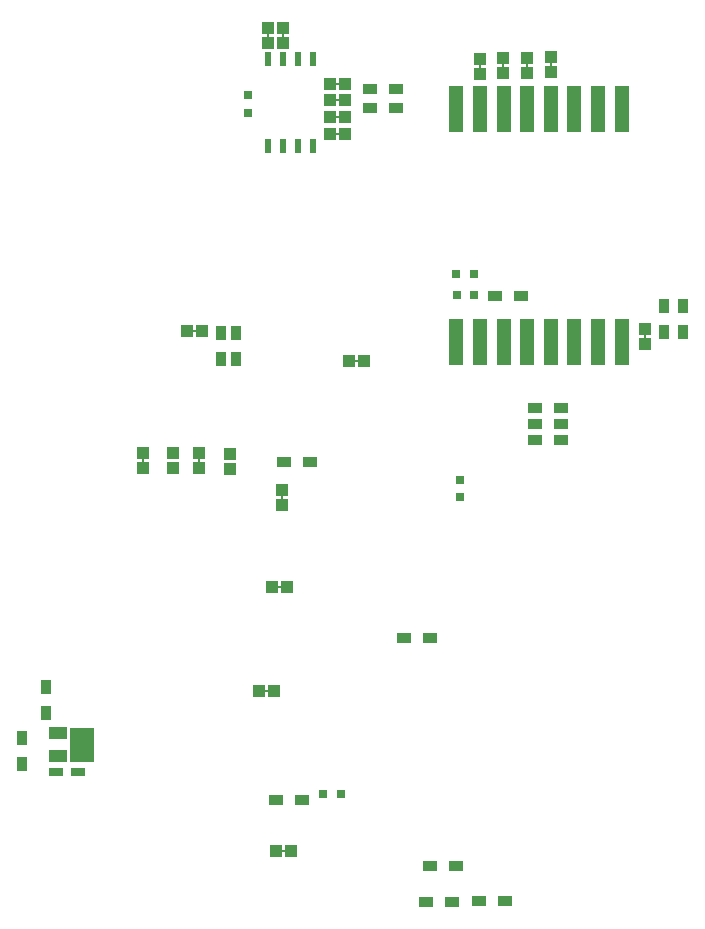
<source format=gbp>
G04 #@! TF.FileFunction,Paste,Bot*
%FSLAX46Y46*%
G04 Gerber Fmt 4.6, Leading zero omitted, Abs format (unit mm)*
G04 Created by KiCad (PCBNEW (2015-03-26 BZR 5542)-product) date 4/10/2015 4:22:22 PM*
%MOMM*%
G01*
G04 APERTURE LIST*
%ADD10C,0.100000*%
%ADD11R,1.200000X0.750000*%
%ADD12R,0.750000X0.800000*%
%ADD13R,0.800000X0.750000*%
%ADD14R,1.016000X1.016000*%
%ADD15R,0.203200X0.508000*%
%ADD16R,0.508000X0.203200*%
%ADD17R,0.900000X1.200000*%
%ADD18R,1.200000X0.900000*%
%ADD19R,1.200000X4.000000*%
%ADD20R,1.500000X1.000000*%
%ADD21R,2.050000X2.900000*%
%ADD22R,0.508000X1.143000*%
G04 APERTURE END LIST*
D10*
D11*
X134559000Y-113538000D03*
X136459000Y-113538000D03*
D12*
X150876000Y-57773000D03*
X150876000Y-56273000D03*
D13*
X168490200Y-71399400D03*
X169990200Y-71399400D03*
X168515600Y-73152000D03*
X170015600Y-73152000D03*
D12*
X168808400Y-88810400D03*
X168808400Y-90310400D03*
D13*
X157238000Y-115417600D03*
X158738000Y-115417600D03*
D14*
X184429400Y-77343000D03*
X184429400Y-76073000D03*
D15*
X184429400Y-76708000D03*
D14*
X141986000Y-86588600D03*
X141986000Y-87858600D03*
D15*
X141986000Y-87223600D03*
D14*
X146710400Y-86563200D03*
X146710400Y-87833200D03*
D15*
X146710400Y-87198200D03*
D14*
X152527000Y-50546000D03*
X152527000Y-51816000D03*
D15*
X152527000Y-51181000D03*
D14*
X153797000Y-50546000D03*
X153797000Y-51816000D03*
D15*
X153797000Y-51181000D03*
D14*
X159080200Y-58115200D03*
X157810200Y-58115200D03*
D16*
X158445200Y-58115200D03*
D14*
X159080200Y-59563000D03*
X157810200Y-59563000D03*
D16*
X158445200Y-59563000D03*
D14*
X157810200Y-56692800D03*
X159080200Y-56692800D03*
D16*
X158445200Y-56692800D03*
D14*
X157810200Y-55295800D03*
X159080200Y-55295800D03*
D16*
X158445200Y-55295800D03*
D14*
X154482800Y-120218200D03*
X153212800Y-120218200D03*
D16*
X153847800Y-120218200D03*
D17*
X131724400Y-110685400D03*
X131724400Y-112885400D03*
X186080400Y-76334800D03*
X186080400Y-74134800D03*
D18*
X168130400Y-124536200D03*
X165930400Y-124536200D03*
X172626200Y-124510800D03*
X170426200Y-124510800D03*
D17*
X187706000Y-76334800D03*
X187706000Y-74134800D03*
D18*
X161206000Y-57353200D03*
X163406000Y-57353200D03*
X161206000Y-55727600D03*
X163406000Y-55727600D03*
D17*
X149860000Y-76370000D03*
X149860000Y-78570000D03*
X148590000Y-76370000D03*
X148590000Y-78570000D03*
D18*
X175125200Y-85471000D03*
X177325200Y-85471000D03*
X175125200Y-84124800D03*
X177325200Y-84124800D03*
X168486000Y-121539000D03*
X166286000Y-121539000D03*
X175125200Y-82778600D03*
X177325200Y-82778600D03*
X155405000Y-115951000D03*
X153205000Y-115951000D03*
X171797800Y-73304400D03*
X173997800Y-73304400D03*
X156090800Y-87299800D03*
X153890800Y-87299800D03*
X164076200Y-102209600D03*
X166276200Y-102209600D03*
D19*
X182488600Y-77132200D03*
X180488600Y-77132200D03*
X178488600Y-77132200D03*
X176488600Y-77132200D03*
X174488600Y-77132200D03*
X172488600Y-77132200D03*
X170488600Y-77132200D03*
X168488600Y-77132200D03*
X168488600Y-57432200D03*
X170488600Y-57432200D03*
X172488600Y-57432200D03*
X174488600Y-57432200D03*
X176488600Y-57432200D03*
X178488600Y-57432200D03*
X180488600Y-57432200D03*
X182488600Y-57432200D03*
D14*
X144500600Y-86588600D03*
X144500600Y-87858600D03*
X149326600Y-86614000D03*
X149326600Y-87884000D03*
X145694400Y-76200000D03*
X146964400Y-76200000D03*
D16*
X146329400Y-76200000D03*
D14*
X151765000Y-106680000D03*
X153035000Y-106680000D03*
D16*
X152400000Y-106680000D03*
D14*
X159385000Y-78740000D03*
X160655000Y-78740000D03*
D16*
X160020000Y-78740000D03*
D14*
X170484800Y-54432200D03*
X170484800Y-53162200D03*
D15*
X170484800Y-53797200D03*
D14*
X172440600Y-54381400D03*
X172440600Y-53111400D03*
D15*
X172440600Y-53746400D03*
D14*
X174447200Y-54381400D03*
X174447200Y-53111400D03*
D15*
X174447200Y-53746400D03*
D14*
X176479200Y-54330600D03*
X176479200Y-53060600D03*
D15*
X176479200Y-53695600D03*
D14*
X153695400Y-89662000D03*
X153695400Y-90932000D03*
D15*
X153695400Y-90297000D03*
D14*
X154178000Y-97917000D03*
X152908000Y-97917000D03*
D16*
X153543000Y-97917000D03*
D20*
X134763000Y-110302000D03*
X134763000Y-112202000D03*
D21*
X136788000Y-111252000D03*
D22*
X152527000Y-60597000D03*
X153797000Y-60597000D03*
X155067000Y-60597000D03*
X156337000Y-60597000D03*
X156337000Y-53195000D03*
X155067000Y-53195000D03*
X153797000Y-53195000D03*
X152527000Y-53195000D03*
D17*
X133731000Y-108542000D03*
X133731000Y-106342000D03*
M02*

</source>
